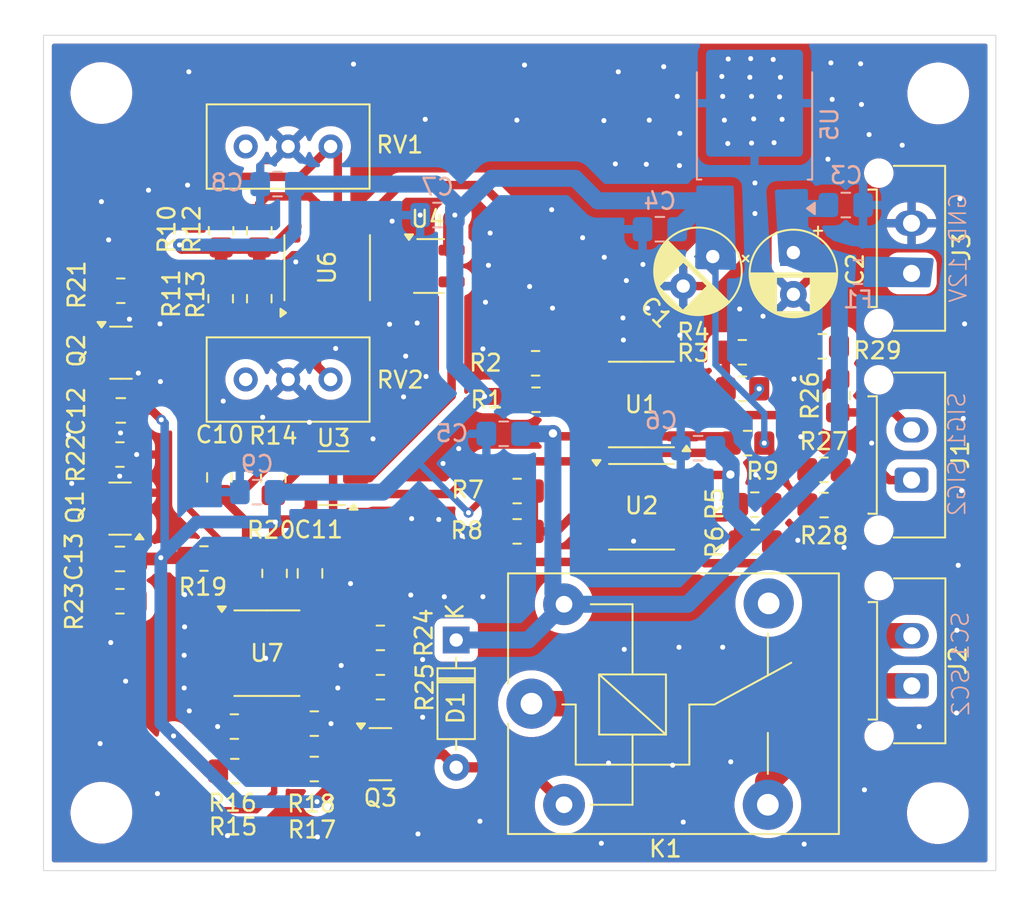
<source format=kicad_pcb>
(kicad_pcb (version 20241229) (generator "pcbnew") (generator_version "9.0")
  (layers (0 "F.Cu" signal) (2 "B.Cu" signal) (13 "F.Paste" user) (15 "B.Paste" user) (5 "F.SilkS" user "F.Silkscreen") (7 "B.SilkS" user "B.Silkscreen") (1 "F.Mask" user) (3 "B.Mask" user) (25 "Edge.Cuts" user))
  (net 0 "")
  (net 1 "+5V")
  (net 2 "GND")
  (net 3 "+12V")
  (net 4 "Net-(U7A--)")
  (net 5 "Net-(Q1-D)")
  (net 6 "Net-(Q1-G)")
  (net 7 "/relay-")
  (net 8 "/SIGN1")
  (net 9 "/SIGN2")
  (net 10 "/SC1")
  (net 11 "/SC2")
  (net 13 "Net-(Q2-G)")
  (net 14 "Net-(Q3-G)")
  (net 15 "Net-(U1B--)")
  (net 16 "Net-(U1A-+)")
  (net 17 "Net-(U2B--)")
  (net 18 "Net-(U2A-+)")
  (net 19 "/SCS")
  (net 20 "Net-(U6B--)")
  (net 21 "Net-(U6A--)")
  (net 22 "Net-(R12-Pad2)")
  (net 23 "Net-(R13-Pad2)")
  (net 24 "Net-(R14-Pad1)")
  (net 25 "Net-(U7A-+)")
  (net 26 "Net-(U7B-+)")
  (net 27 "/delay_trigger")
  (net 28 "/relay_trigger")
  (net 31 "/OVERLIMIT")
  (net 32 "Net-(J3-Pin_1)")
  (net 33 "Net-(J1-Pin_1)")
  (net 34 "Net-(J1-Pin_2)")
  (footprint "Capacitor_SMD:C_0805_2012Metric_Pad1.18x1.45mm_HandSolder" (layer "F.Cu") (at 141.1112 94.4118 90)
    (property "Reference" "C11")
    (property "Value" "100n")
  )
  (footprint "Connector_Molex:Molex_Micro-Fit_3.0_43650-0215_1x02_P3.00mm_Vertical" (layer "F.Cu") (at 177.1142 76.454 90)
    (property "Reference" "J3")
    (property "Value" "Conn_01x02")
  )
  (footprint "Resistor_SMD:R_0805_2012Metric_Pad1.20x1.40mm_HandSolder" (layer "F.Cu") (at 129.73425 87.299349)
    (property "Reference" "R22")
    (property "Value" "1M")
  )
  (footprint "Package_SO:SOIC-8_3.9x4.9mm_P1.27mm" (layer "F.Cu") (at 138.5316 99.187)
    (property "Reference" "U7")
    (property "Value" "LM393")
  )
  (footprint "Relay_THT:Relay_SPDT_SANYOU_SRD_Series_Form_C" (layer "F.Cu") (at 154.3648 102.2096)
    (property "Reference" "K1")
    (property "Value" "SANYOU_SRD_Form_C")
  )
  (footprint "Resistor_SMD:R_0805_2012Metric_Pad1.20x1.40mm_HandSolder" (layer "F.Cu") (at 153.5082 91.8972 180)
    (property "Reference" "R8")
    (property "Value" "100k")
  )
  (footprint "Resistor_SMD:R_0805_2012Metric_Pad1.20x1.40mm_HandSolder" (layer "F.Cu") (at 145.3228 101.2226)
    (property "Reference" "R25")
    (property "Value" "100k")
  )
  (footprint "Resistor_SMD:R_0805_2012Metric_Pad1.20x1.40mm_HandSolder" (layer "F.Cu") (at 167.3004 86.614 180)
    (property "Reference" "R9")
    (property "Value" "10k")
  )
  (footprint "Resistor_SMD:R_0805_2012Metric_Pad1.20x1.40mm_HandSolder" (layer "F.Cu") (at 154.6352 84.0196)
    (property "Reference" "R1")
    (property "Value" "100k")
  )
  (footprint "Resistor_SMD:R_0805_2012Metric_Pad1.20x1.40mm_HandSolder" (layer "F.Cu") (at 134.763 93.5228)
    (property "Reference" "R19")
    (property "Value" "10k")
  )
  (footprint "Resistor_SMD:R_0805_2012Metric_Pad1.20x1.40mm_HandSolder" (layer "F.Cu") (at 171.7708 80.8228)
    (property "Reference" "R29")
    (property "Value" "100k")
  )
  (footprint "Resistor_SMD:R_0805_2012Metric_Pad1.20x1.40mm_HandSolder" (layer "F.Cu") (at 171.8818 90.3224)
    (property "Reference" "R28")
    (property "Value" "100k")
  )
  (footprint "Package_TO_SOT_SMD:SOT-23" (layer "F.Cu") (at 129.74045 90.535348 180)
    (property "Reference" "Q1")
    (property "Value" "AO3400A")
  )
  (footprint "Resistor_SMD:R_0805_2012Metric_Pad1.20x1.40mm_HandSolder" (layer "F.Cu") (at 136.606 106.2482)
    (property "Reference" "R15")
    (property "Value" "39k")
  )
  (footprint "Capacitor_THT:CP_Radial_D5.0mm_P2.50mm" (layer "F.Cu") (at 165.216767 75.448233 -135)
    (property "Reference" "C1")
    (property "Value" "100u")
  )
  (footprint "Resistor_SMD:R_0805_2012Metric_Pad1.20x1.40mm_HandSolder" (layer "F.Cu") (at 171.8724 88.2142 180)
    (property "Reference" "R27")
    (property "Value" "10k")
  )
  (footprint "Resistor_SMD:R_0805_2012Metric_Pad1.20x1.40mm_HandSolder" (layer "F.Cu") (at 129.73425 96.078979 180)
    (property "Reference" "R23")
    (property "Value" "750k")
  )
  (footprint "Resistor_SMD:R_0805_2012Metric_Pad1.20x1.40mm_HandSolder" (layer "F.Cu") (at 138.074404 77.968599 -90)
    (property "Reference" "R13")
    (property "Value" "10k")
  )
  (footprint "Resistor_SMD:R_0805_2012Metric_Pad1.20x1.40mm_HandSolder" (layer "F.Cu") (at 167.7322 90.297 180)
    (property "Reference" "R5")
    (property "Value" "100k")
  )
  (footprint "Package_TO_SOT_SMD:SOT-23" (layer "F.Cu") (at 145.3228 105.2322)
    (property "Reference" "Q3")
    (property "Value" "AO3400A")
  )
  (footprint "Connector_Molex:Molex_Micro-Fit_3.0_43650-0215_1x02_P3.00mm_Vertical" (layer "F.Cu") (at 177.131 101.1442 90)
    (property "Reference" "J2")
    (property "Value" "Conn_01x02")
  )
  (footprint "Resistor_SMD:R_0805_2012Metric_Pad1.20x1.40mm_HandSolder" (layer "F.Cu") (at 154.6098 81.8388 180)
    (property "Reference" "R2")
    (property "Value" "1k")
  )
  (footprint "Resistor_SMD:R_0805_2012Metric_Pad1.20x1.40mm_HandSolder" (layer "F.Cu") (at 166.985601 81.1784)
    (property "Reference" "R4")
    (property "Value" "100k")
  )
  (footprint "Resistor_SMD:R_0805_2012Metric_Pad1.20x1.40mm_HandSolder" (layer "F.Cu") (at 172.6946 83.7786 90)
    (property "Reference" "R26")
    (property "Value" "10k")
  )
  (footprint "Resistor_SMD:R_0805_2012Metric_Pad1.20x1.40mm_HandSolder" (layer "F.Cu") (at 135.7884 73.904597 90)
    (property "Reference" "R10")
    (property "Value" "10k")
  )
  (footprint "Resistor_SMD:R_0805_2012Metric_Pad1.20x1.40mm_HandSolder" (layer "F.Cu") (at 138.9126 88.7222 90)
    (property "Reference" "R14")
    (property "Value" "40.2k")
  )
  (footprint "MountingHole:MountingHole_3.2mm_M3" (layer "F.Cu") (at 128.6256 108.7374)
    (property "Reference" "H3" (hide yes))
    (property "Value" "MountingHole")
  )
  (footprint "Resistor_SMD:R_0805_2012Metric_Pad1.20x1.40mm_HandSolder" (layer "F.Cu") (at 167.7642 92.5322)
    (property "Reference" "R6")
    (property "Value" "1k")
  )
  (footprint "MountingHole:MountingHole_3.2mm_M3" (layer "F.Cu") (at 178.7144 65.6844)
    (property "Reference" "H1" (hide yes))
    (property "Value" "MountingHole")
  )
  (footprint "Resistor_SMD:R_0805_2012Metric_Pad1.20x1.40mm_HandSolder" (layer "F.Cu") (at 153.5082 89.4842)
    (property "Reference" "R7")
    (property "Value" "1k")
  )
  (footprint "Diode_THT:D_DO-35_SOD27_P7.62mm_Horizontal" (layer "F.Cu") (at 149.86 98.3996 -90)
    (property "Reference" "D1")
    (property "Value" "1N4148")
  )
  (footprint "Resistor_SMD:R_0805_2012Metric_Pad1.20x1.40mm_HandSolder" (layer "F.Cu") (at 129.78505 77.49495 180)
    (property "Reference" "R21")
    (property "Value" "100R")
  )
  (footprint "Resistor_SMD:R_0805_2012Metric_Pad1.20x1.40mm_HandSolder" (layer "F.Cu") (at 135.763 77.968597 -90)
    (property "Reference" "R11")
    (property "Value" "10k")
  )
  (footprint "MountingHole:MountingHole_3.2mm_M3" (layer "F.Cu") (at 178.689 108.7628)
    (property "Reference" "H4" (hide yes))
    (property "Value" "MountingHole")
  )
  (footprint "Potentiometer_THT:Potentiometer_Bourns_3296W_Vertical" (layer "F.Cu") (at 142.341603 82.803999)
    (property "Reference" "RV2")
    (property "Value" "20k")
  )
  (footprint "Resistor_SMD:R_0805_2012Metric_Pad1.20x1.40mm_HandSolder" (layer "F.Cu") (at 138.0744 73.9046 90)
    (property "Reference" "R12")
    (property "Value" "10k")
  )
  (footprint "Capacitor_THT:CP_Radial_D5.0mm_P2.50mm" (layer "F.Cu") (at 170.0422 75.2094 -90)
    (property "Reference" "C2")
    (property "Value" "100u")
  )
  (footprint "Resistor_SMD:R_0805_2012Metric_Pad1.20x1.40mm_HandSolder" (layer "F.Cu") (at 136.5806 103.5812 180)
    (property "Reference" "R16")
    (property "Value" "100k")
  )
  (footprint "Package_SO:SOIC-8_3.9x4.9mm_P1.27mm" (layer "F.Cu") (at 160.9456 84.3026 180)
    (property "Reference" "U1")
    (property "Value" "LM393")
  )
  (footprint "Package_TO_SOT_SMD:SOT-23-5_HandSoldering" (layer "F.Cu") (at 142.5194 88.7105 180)
    (property "Reference" "U3")
    (property "Value" "74AHC1G00")
  )
  (footprint "Resistor_SMD:R_0805_2012Metric_Pad1.20x1.40mm_HandSolder" (layer "F.Cu") (at 145.3228 98.2726)
    (property "Reference" "R24")
    (property "Value" "100R")
  )
  (footprint "Capacitor_SMD:C_0805_2012Metric_Pad1.18x1.45mm_HandSolder" (layer "F.Cu") (at 129.73425 93.547749)
    (property "Reference" "C13")
    (property "Value" "100n")
  )
  (footprint "Potentiometer_THT:Potentiometer_Bourns_3296W_Vertical" (layer "F.Cu") (at 142.341604 68.859399)
    (property "Reference" "RV1")
    (property "Value" "20k")
  )
  (footprint "MountingHole:MountingHole_3.2mm_M3" (layer "F.Cu") (at 128.6256 65.659)
    (property "Reference" "H2" (hide yes))
    (property "Value" "MountingHole")
  )
  (footprint "Resistor_SMD:R_0805_2012Metric_Pad1.20x1.40mm_HandSolder" (layer "F.Cu") (at 166.9956 83.3628 180)
    (property "Reference" "R3")
    (property "Value" "1k")
  )
  (footprint "Package_SO:SOIC-8_3.9x4.9mm_P1.27mm" (layer "F.Cu") (at 142.138399 76.114398 90)
    (property "Reference" "U6")
    (property "Value" "LM393")
  )
  (footprint "Package_SO:SOIC-8_3.9x4.9mm_P1.27mm" (layer "F.Cu") (at 160.9568 90.424)
    (property "Reference" "U2")
    (property "Value" "LM393")
  )
  (footprint "Capacitor_SMD:C_0805_2012Metric_Pad1.18x1.45mm_HandSolder" (layer "F.Cu") (at 135.6868 88.6675 -90)
    (property "Reference" "C10")
    (property "Value" "100n")
  )
  (footprint "Package_TO_SOT_SMD:SOT-23" (layer "F.Cu") (at 129.796299 81.2038)
    (property "Reference" "Q2")
    (property "Value" "AO3401A")
  )
  (footprint "Resistor_SMD:R_0805_2012Metric_Pad1.20x1.40mm_HandSolder" (layer "F.Cu") (at 138.9888 94.4118 -90)
    (property "Reference" "R20")
    (property "Value" "10k")
  )
  (footprint "Package_TO_SOT_SMD:SOT-23-5_HandSoldering" (layer "F.Cu") (at 148.234401 76.012799)
    (property "Reference" "U4")
    (property "Value" "74AHC1G00")
  )
  (footprint "Resistor_SMD:R_0805_2012Metric_Pad1.20x1.40mm_HandSolder" (layer "F.Cu") (at 141.367 106.1212 180)
    (property "Reference" "R17")
    (property "Value" "39k")
  )
  (footprint "Capacitor_SMD:C_0805_2012Metric_Pad1.18x1.45mm_HandSolder" (layer "F.Cu") (at 129.78505 84.657749)
    (property "Reference" "C12")
    (property "Value" "10u")
  )
  (footprint "Connector_Molex:Molex_Micro-Fit_3.0_43650-0215_1x02_P3.00mm_Vertical" (layer "F.Cu") (at 177.1142 88.8266 90)
    (property "Reference" "J1")
    (property "Value" "Conn_01x02")
  )
  (footprint "Resistor_SMD:R_0805_2012Metric_Pad1.20x1.40mm_HandSolder" (layer "F.Cu") (at 141.367 103.4034)
    (property "Reference" "R18")
    (property "Value" "10k")
  )
  (footprint "Capacitor_SMD:C_0805_2012Metric_Pad1.18x1.45mm_HandSolder" (layer "B.Cu") (at 152.7048 86.0552 180)
    (property "Reference" "C5")
    (property "Value" "100n")
  )
  (footprint "Capacitor_SMD:C_0805_2012Metric_Pad1.18x1.45mm_HandSolder" (layer "B.Cu") (at 148.7424 72.964799 180)
    (property "Reference" "C7")
    (property "Value" "100n")
  )
  (footprint "Fuse:Fuse_0805_2012Metric_Pad1.15x1.40mm_HandSolder" (layer "B.Cu") (at 173.904801 76.3778)
    (property "Reference" "F1")
    (property "Value" "Fuse")
  )
  (footprint "Capacitor_SMD:C_0805_2012Metric_Pad1.18x1.45mm_HandSolder" (layer "B.Cu") (at 164.338 86.9188 180)
    (property "Reference" "C6")
    (property "Value" "100n")
  )
  (footprint "Capacitor_SMD:C_0805_2012Metric_Pad1.18x1.45mm_HandSolder" (layer "B.Cu") (at 173.1772 72.3646)
    (property "Reference" "C3")
    (property "Value" "100n")
  )
  (footprint "Capacitor_SMD:C_0805_2012Metric_Pad1.18x1.45mm_HandSolder" (layer "B.Cu") (at 162.052 73.8124 180)
    (property "Reference" "C4")
    (property "Value" "100n")
  )
  (footprint "Capacitor_SMD:C_0805_2012Metric_Pad1.18x1.45mm_HandSolder" (layer "B.Cu") (at 137.9474 89.5487 180)
    (property "Reference" "C9")
    (property "Value" "100n")
  )
  (footprint "Package_TO_SOT_SMD:TO-252-2" (layer "B.Cu") (at 167.7162 67.528601 90)
    (property "Reference" "U5")
    (property "Value" "LM78M05_TO252")
  )
  (footprint "Capacitor_SMD:C_0805_2012Metric_Pad1.18x1.45mm_HandSolder" (layer "B.Cu") (at 139.166599 71.110598 180)
    (property "Reference" "C8")
    (property "Value" "100n")
  )
  (gr_rect (start 125.1599 62.2046) (end 182.1599 112.2046) (stroke (width 0.05)) (fill no) (layer "Edge.Cuts"))
  (gr_text "GND" (at 180.467 71.5518 90) (layer "B.SilkS") (effects (font (size 1 1) (thickness 0.1)) (justify left bottom mirror)))
  (gr_text "SIG1" (at 180.4162 83.4898 90) (layer "B.SilkS") (effects (font (size 1 1) (thickness 0.1)) (justify left bottom mirror)))
  (gr_text "12V" (at 180.4924 75.3872 90) (layer "B.SilkS") (effects (font (size 1 1) (thickness 0.1)) (justify left bottom mirror)))
  (gr_text "SC1" (at 180.6194 96.6216 90) (layer "B.SilkS") (effects (font (size 1 1) (thickness 0.1)) (justify left bottom mirror)))
  (gr_text "SIG2" (at 180.4162 87.5538 90) (layer "B.SilkS") (effects (font (size 1 1) (thickness 0.1)) (justify left bottom mirror)))
  (gr_text "SC2" (at 180.6448 100.0252 90) (layer "B.SilkS") (effects (font (size 1 1) (thickness 0.1)) (justify left bottom mirror)))
  (segment (start 168.7322 87.0458) (end 168.7322 90.297) (width 0.381) (layer "F.Cu") (net 1))
  (segment (start 139.0396 91.3384) (end 139.0396 93.361) (width 0.762) (layer "F.Cu") (net 1))
  (segment (start 130.82255 84.657749) (end 131.647749 84.657749) (width 0.508) (layer "F.Cu") (net 1))
  (segment (start 135.7884 74.904597) (end 133.451597 74.904597) (width 0.762) (layer "F.Cu") (net 1))
  (segment (start 151.5618 83.82) (end 153.4356 83.82) (width 1.016) (layer "F.Cu") (net 1))
  (segment (start 128.858799 82.1538) (end 130.82255 84.117551) (width 0.508) (layer "F.Cu") (net 1))
  (segment (start 153.4356 83.82) (end 153.6352 84.0196) (width 1.016) (layer "F.Cu") (net 1))
  (segment (start 132.9436 104.14) (end 135.0518 106.2482) (width 0.762) (layer "F.Cu") (net 1))
  (segment (start 130.73425 93.585249) (end 130.77175 93.547749) (width 1.016) (layer "F.Cu") (net 1))
  (segment (start 131.647749 84.657749) (end 132.207 85.217) (width 0.508) (layer "F.Cu") (net 1))
  (segment (start 138.0744 76.968595) (end 138.074404 76.968599) (width 0.762) (layer "F.Cu") (net 1))
  (segment (start 141.0263 95.4493) (end 138.9888 93.4118) (width 0.762) (layer "F.Cu") (net 1))
  (segment (start 142.367 107.2388) (end 141.5288 108.077) (width 0.762) (layer "F.Cu") (net 1))
  (segment (start 141.1112 95.4493) (end 141.1112 97.1774) (width 0.762) (layer "F.Cu") (net 1))
  (segment (start 168.3004 86.614) (end 168.7322 87.0458) (width 0.381) (layer "F.Cu") (net 1))
  (segment (start 139.065 91.313) (end 140.4112 91.313) (width 0.762) (layer "F.Cu") (net 1))
  (segment (start 138.074397 74.904597) (end 138.0744 74.9046) (width 0.762) (layer "F.Cu") (net 1))
  (segment (start 130.77175 93.547749) (end 132.105851 93.547749) (width 0.762) (layer "F.Cu") (net 1))
  (segment (start 138.0744 74.9046) (end 138.0744 76.968595) (width 0.762) (layer "F.Cu") (net 1))
  (segment (start 135.7884 76.943197) (end 135.763 76.968597) (width 0.762) (layer "F.Cu") (net 1))
  (segment (start 132.105851 93.547749) (end 132.1816 93.472) (width 0.762) (layer "F.Cu") (net 1))
  (segment (start 141.1112 95.4493) (end 141.0263 95.4493) (width 1.016) (layer "F.Cu") (net 1))
  (segment (start 142.367 106.1212) (end 142.367 107.2388) (width 0.762) (layer "F.Cu") (net 1))
  (segment (start 135.7884 74.904597) (end 135.7884 76.943197) (width 0.762) (layer "F.Cu") (net 1))
  (segment (start 152.5082 89.4842) (end 151.892 89.4842) (width 0.2) (layer "F.Cu") (net 1))
  (segment (start 140.4112 91.313) (end 141.1694 90.5548) (width 0.762) (layer "F.Cu") (net 1))
  (segment (start 151.892 89.4842) (end 150.5966 90.7796) (width 0.381) (layer "F.Cu") (net 1))
  (segment (start 139.0396 91.3384) (end 139.065 91.313) (width 0.762) (layer "F.Cu") (net 1))
  (segment (start 135.0518 106.2482) (end 135.606 106.2482) (width 0.762) (layer "F.Cu") (net 1))
  (segment (start 133.7122 93.472) (end 133.763 93.5228) (width 0.762) (layer "F.Cu") (net 1))
  (segment (start 135.7884 74.904597) (end 138.074397 74.904597) (width 0.762) (layer "F.Cu") (net 1))
  (segment (start 141.1694 90.5548) (end 141.1694 89.6605) (width 0.762) (layer "F.Cu") (net 1))
  (segment (start 133.451597 74.904597) (end 133.2992 74.7522) (width 0.762) (layer "F.Cu") (net 1))
  (segment (start 139.0396 93.361) (end 138.9888 93.4118) (width 0.762) (layer "F.Cu") (net 1))
  (segment (start 130.82255 84.117551) (end 130.82255 84.657749) (width 0.508) (layer "F.Cu") (net 1))
  (segment (start 138.968197 74.9046) (end 140.233399 73.639398) (width 0.762) (layer "F.Cu") (net 1))
  (segment (start 149.7799 72.964799) (end 149.584401 73.160298) (width 1.016) (layer "F.Cu") (net 1))
  (segment (start 132.1816 93.472) (end 133.7122 93.472) (width 0.762) (layer "F.Cu") (net 1))
  (segment (start 138.0744 74.9046) (end 138.968197 74.9046) (width 0.762) (layer "F.Cu") (net 1))
  (segment (start 149.584401 73.160298) (end 149.584401 75.062799) (width 1.016) (layer "F.Cu") (net 1))
  (via (at 132.1816 93.472) (size 0.6) (drill 0.3) (layers "F.Cu" "B.Cu") (net 1))
  (via (at 149.7799 72.964799) (size 0.6) (drill 0.3) (layers "F.Cu" "B.Cu") (net 1))
  (via (at 167.9956 83.3628) (size 0.6) (drill 0.3) (layers "F.Cu" "B.Cu") (net 1))
  (via (at 168.3004 86.614) (size 0.6) (drill 0.3) (layers "F.Cu" "B.Cu") (net 1))
  (via (at 151.5618 83.82) (size 0.6) (drill 0.3) (layers "F.Cu" "B.Cu") (net 1))
  (via (at 132.9436 104.14) (size 0.6) (drill 0.3) (layers "F.Cu" "B.Cu") (net 1))
  (via (at 132.207 85.217) (size 0.6) (drill 0.3) (layers "F.Cu" "B.Cu") (net 1))
  (via (at 150.5966 90.7796) (size 0.6) (drill 0.3) (layers "F.Cu" "B.Cu") (net 1))
  (via (at 139.0396 91.3384) (size 0.6) (drill 0.3) (layers "F.Cu" "B.Cu") (net 1))
  (via (at 141.5288 108.077) (size 0.6) (drill 0.3) (layers "F.Cu" "B.Cu") (net 1))
  (via (at 133.2992 74.7522) (size 0.6) (drill 0.3) (layers "F.Cu" "B.Cu") (net 1))
  (segment (start 136.8806 108.077) (end 132.9436 104.14) (width 0.762) (layer "B.Cu") (net 1))
  (segment (start 149.7799 72.964799) (end 149.7799 82.0381) (width 1.016) (layer "B.Cu") (net 1))
  (segment (start 168.3004 86.614) (end 168.3004 84.836) (width 0.381) (layer "B.Cu") (net 1))
  (segment (start 132.4102 85.4202) (end 132.4102 93.2434) (width 0.508) (layer "B.Cu") (net 1))
  (segment (start 147.4216 87.6046) (end 145.4775 89.5487) (width 1.016) (layer "B.Cu") (net 1))
  (segment (start 145.4775 89.5487) (end 138.9849 89.5487) (width 1.016) (layer "B.Cu") (net 1))
  (segment (start 149.7799 72.964799) (end 151.980299 70.7644) (width 1.016) (layer "B.Cu") (net 1))
  (segment (start 138.9849 89.5487) (end 138.9849 91.2837) (width 0.762) (layer "B.Cu") (net 1))
  (segment (start 149.7799 72.239799) (end 148.650699 71.110598) (width 1.016) (layer "B.Cu") (net 1))
  (segment (start 156.972 70.7644) (end 158.3182 72.1106) (width 1.016) (layer "B.Cu") (net 1))
  (segment (start 132.6388 103.8352) (end 132.9436 104.14) (width 0.762) (layer "B.Cu") (net 1))
  (segment (start 132.207 85.217) (end 132.4102 85.4202) (width 0.508) (layer "B.Cu") (net 1))
  (segment (start 133.2992 74.7522) (end 139.4206 74.7522) (width 0.762) (layer "B.Cu") (net 1))
  (segment (start 138.9849 91.2837) (end 139.0396 91.3384) (width 0.762) (layer "B.Cu") (net 1))
  (segment (start 165.4362 72.568601) (end 164.333299 72.568601) (width 1.016) (layer "B.Cu") (net 1))
  (segment (start 165.4362 75.2288) (end 165.216767 75.448233) (width 1.016) (layer "B.Cu") (net 1))
  (segment (start 149.7799 82.0381) (end 151.5618 83.82) (width 1.016) (layer "B.Cu") (net 1))
  (segment (start 168.3004 84.836) (end 165.3794 81.915) (width 0.381) (layer "B.Cu") (net 1))
  (segment (start 141.5288 108.077) (end 136.8806 108.077) (width 0.762) (layer "B.Cu") (net 1))
  (segment (start 134.3152 91.3384) (end 132.1816 93.472) (width 0.762) (layer "B.Cu") (net 1))
  (segment (start 132.1816 103.378) (end 132.6388 103.8352) (width 0.762) (layer "B.Cu") (net 1))
  (segment (start 167.9956 83.5406) (end 167.64 83.8962) (width 0.381) (layer "B.Cu") (net 1))
  (segment (start 151.980299 70.7644) (end 156.972 70.7644) (width 1.016) (layer "B.Cu") (net 1))
  (segment (start 140.204099 74.019501) (end 140.204099 71.110598) (width 0.762) (layer "B.Cu") (net 1))
  (segment (start 151.5618 83.82) (end 151.2062 83.82) (width 1.016) (layer "B.Cu") (net 1))
  (segment (start 165.4362 72.568601) (end 165.4362 75.2288) (width 1.016) (layer "B.Cu") (net 1))
  (segment (start 132.1816 93.472) (end 132.1816 103.378) (width 0.762) (layer "B.Cu") (net 1))
  (segment (start 158.3182 72.1106) (end 164.978199 72.1106) (width 1.016) (layer "B.Cu") (net 1))
  (segment (start 139.4206 74.7522) (end 139.446 74.7776) (width 0.762) (layer "B.Cu") (net 1))
  (segment (start 151.2062 83.82) (end 147.4216 87.6046) (width 1.016) (layer "B.Cu") (net 1))
  (segment (start 167.9956 83.3628) (end 167.9956 83.5406) (width 0.381) (layer "B.Cu") (net 1))
  (segment (start 149.7799 72.964799) (end 149.7799 72.239799) (width 1.016) (layer "B.Cu") (net 1))
  (segment (start 164.978199 72.1106) (end 165.4362 72.568601) (width 1.016) (layer "B.Cu") (net 1))
  (segment (start 165.3794 81.915) (end 165.3794 75.1586) (width 0.381) (layer "B.Cu") (net 1))
  (segment (start 139.446 74.7776) (end 140.204099 74.019501) (width 0.762) (layer "B.Cu") (net 1))
  (segment (start 150.5966 90.7796) (end 147.4216 87.6046) (width 0.381) (layer "B.Cu") (net 1))
  (segment (start 139.0396 91.3384) (end 134.3152 91.3384) (width 0.762) (layer "B.Cu") (net 1))
  (segment (start 148.650699 71.110598) (end 140.204099 71.110598) (width 1.016) (layer "B.Cu") (net 1))
  (segment (start 132.4102 93.2434) (end 132.1816 93.472) (width 0.508) (layer "B.Cu") (net 1))
  (segment (start 164.333299 72.568601) (end 163.0895 73.8124) (width 1.016) (layer "B.Cu") (net 1))
  (segment (start 160.3248 92.329) (end 160.4772 92.4814) (width 0.508) (layer "F.Cu") (net 2))
  (segment (start 144.3482 86.36) (end 144.8816 86.36) (width 0.508) (layer "F.Cu") (net 2))
  (segment (start 150.2156 92.1766) (end 150.495 91.8972) (width 0.508) (layer "F.Cu") (net 2))
  (segment (start 150.495 91.8972) (end 152.5082 91.8972) (width 0.508) (layer "F.Cu") (net 2))
  (segment (start 158.4818 92.329) (end 160.3248 92.329) (width 0.508) (layer "F.Cu") (net 2))
  (segment (start 168.7642 92.5322) (end 170.2054 92.5322) (width 0.508) (layer "F.Cu") (net 2))
  (segment (start 143.8694 86.8388) (end 144.3482 86.36) (width 0.508) (layer "F.Cu") (net 2))
  (segment (start 128.73425 96.078979) (end 128.73425 98.10185) (width 0.508) (layer "F.Cu") (net 2))
  (segment (start 170.2054 92.5322) (end 170.307 92.4306) (width 0.508) (layer "F.Cu") (net 2))
  (segment (start 143.8694 87.7605) (end 143.8694 86.8388) (width 0.508) (layer "F.Cu") (net 2))
  (segment (start 128.73425 98.10185) (end 129.1844 98.552) (width 0.508) (layer "F.Cu") (net 2))
  (via (at 147.7049 72.964799) (size 0.6) (drill 0.3) (layers "F.Cu" "B.Cu") (net 2))
  (via (at 177.5714 103.5812) (size 0.6) (drill 0.3) (layers "F.Cu" "B.Cu") (net 2))
  (via (at 154.2542 77.2414) (size 0.6) (drill 0.3) (layers "F.Cu" "B.Cu") (net 2))
  (via (at 133.604 95.6818) (size 0.6) (drill 0.3) (layers "F.Cu" "B.Cu") (net 2))
  (via (at 148.0566 82.6262) (size 0.6) (drill 0.3) (layers "F.Cu" "B.Cu") (net 2))
  (via (at 129.7686 86.0044) (size 0.6) (drill 0.3) (layers "F.Cu" "B.Cu") (net 2))
  (via (at 167.5384 68.6562) (size 0.6) (drill 0.3) (layers "F.Cu" "B.Cu") (net 2))
  (via (at 160.0454 76.8858) (size 0.6) (drill 0.3) (layers "F.Cu" "B.Cu") (net 2))
  (via (at 147.1422 95.7072) (size 0.6) (drill 0.3) (layers "F.Cu" "B.Cu") (net 2))
  (via (at 147.193 91.1352) (size 0.6) (drill 0.3) (layers "F.Cu" "B.Cu") (net 2))
  (via (at 161.417 67.2846) (size 0.6) (drill 0.3) (layers "F.Cu" "B.Cu") (net 2))
  (via (at 168.8338 63.6524) (size 0.6) (drill 0.3) (layers "F.Cu" "B.Cu") (net 2))
  (via (at 143.5354 95.0214) (size 0.6) (drill 0.3) (layers "F.Cu" "B.Cu") (net 2))
  (via (at 146.0246 73.3298) (size 0.6) (drill 0.3) (layers "F.Cu" "B.Cu") (net 2))
  (via (at 180.1114 89.4588) (size 0.6) (drill 0.3) (layers "F.Cu" "B.Cu") (net 2))
  (via (at 180.0098 71.9836) (size 0.6) (drill 0.3) (layers "F.Cu" "B.Cu") (net 2))
  (via (at 166.2938 105.6894) (size 0.6) (drill 0.3) (layers "F.Cu" "B.Cu") (net 2))
  (via (at 133.5786 101.2698) (size 0.6) (drill 0.3) (layers "F.Cu" "B.Cu") (net 2))
  (via (at 169.2656 64.7192) (size 0.6) (drill 0.3) (layers "F.Cu" "B.Cu") (net 2))
  (via (at 131.9784 107.5944) (size 0.6) (drill 0.3) (layers "F.Cu" "B.Cu") (net 2))
  (via (at 126.8476 89.027) (size 0.6) (drill 0.3) (layers "F.Cu" "B.Cu") (net 2))
  (via (at 167.6654 67.2084) (size 0.6) (drill 0.3) (layers "F.Cu" "B.Cu") (net 2))
  (via (at 165.9128 67.2846) (size 0.6) (drill 0.3) (layers "F.Cu" "B.Cu") (net 2))
  (via (at 147.574 110.0074) (size 0.6) (drill 0.3) (layers "F.Cu" "B.Cu") (net 2))
  (via (at 151.892 74.041) (size 0.6) (drill 0.3) (layers "F.Cu" "B.Cu") (net 2))
  (via (at 159.385 69.9008) (size 0.6) (drill 0.3) (layers "F.Cu" "B.Cu") (net 2))
  (via (at 147.5232 79.4258) (size 0.6) (drill 0.3) (layers "F.Cu" "B.Cu") (net 2))
  (via (at 163.2204 70.0024) (size 0.6) (drill 0.3) (layers "F.Cu" "B.Cu") (net 2))
  (via (at 174.117 66.3448) (size 0.6) (drill 0.3) (layers "F.Cu" "B.Cu") (net 2))
  (via (at 176.5554 68.7832) (size 0.6) (drill 0.3) (layers "F.Cu" "B.Cu") (net 2))
  (via (at 133.858 64.389) (size 0.6) (drill 0.3) (layers "F.Cu" "B.Cu") (net 2))
  (via (at 167.4876 63.6016) (size 0.6) (drill 0.3) (layers "F.Cu" "B.Cu") (net 2))
  (via (at 146.8374 81.407) (size 0.6) (drill 0.3) (layers "F.Cu" "B.Cu") (net 2))
  (via (at 167.7416 72.8726) (size 0.6) (drill 0.3) (layers "F.Cu" "B.Cu") (net 2))
  (via (at 179.8066 102.7684) (size 0.6) (drill 0.3) (layers "F.Cu" "B.Cu") (net 2))
  (via (at 180.213 85.1408) (size 0.6) (drill 0.3) (layers "F.Cu" "B.Cu") (net 2))
  (via (at 145.8722 79.502) (size 0.6) (drill 0.3) (layers "F.Cu" "B.Cu") (net 2))
  (via (at 166.116 68.6816) (size 0.6) (drill 0.3) (layers "F.Cu" "B.Cu") (net 2))
  (via (at 179.832 97.8154) (size 0.6) (drill 0.3) (layers "F.Cu" "B.Cu") (net 2))
  (via (at 151.4602 95.8088) (size 0.6) (drill 0.3) (layers "F.Cu" "B.Cu") (net 2))
  (via (at 130.8354 82.423) (size 0.6) (drill 0.3) (layers "F.Cu" "B.Cu") (net 2))
  (via (at 129.0574 74.4474) (size 0.6) (drill 0.3) (layers "F.Cu" "B.Cu") (net 2))
  (via (at 133.8834 102.6414) (size 0.6) (drill 0.3) (layers "F.Cu" "B.Cu") (net 2))
  (via (at 172.3644 66.04) (size 0.6) (drill 0.3) (layers "F.Cu" "B.Cu") (net 2))
  (via (at 155.6258 78.5368) (size 0.6) (drill 0.3) (layers "F.Cu" "B.Cu") (net 2))
  (via (at 172.2882 63.8556) (size 0.6) (drill 0.3) (layers "F.Cu" "B.Cu") (net 2))
  (via (at 161.3154 78.5368) (size 0.6) (drill 0.3) (layers "F.Cu" "B.Cu") (net 2))
  (via (at 140.2588 75.7682) (size 0.6) (drill 0.3) (layers "F.Cu" "B.Cu") (net 2))
  (via (at 162.2806 64.0842) (size 0.6) (drill 0.3) (layers "F.Cu" "B.Cu") (net 2))
  (via (at 155.575 72.644) (size 0.6) (drill 0.3) (layers "F.Cu" "B.Cu") (net 2))
  (via (at 162.814 105.8926) (size 0.6) (drill 0.3) (layers "F.Cu" "B.Cu") (net 2))
  (via (at 147.8534 103.0224) (size 0.6) (drill 0.3) (layers "F.Cu" "B.Cu") (net 2))
  (via (at 128.6256 72.1614) (size 0.6) (drill 0.3) (layers "F.Cu" "B.Cu") (net 2))
  (via (at 157.4292 74.3204) (size 0.6) (drill 0.3) (layers "F.Cu" "B.Cu") (net 2))
  (via (at 135.9154 84.0994) (size 0.6) (drill 0.3) (layers "F.Cu" "B.Cu") (net 2))
  (via (at 167.4368 64.7192) (size 0.6) (drill 0.3) (layers "F.Cu" "B.Cu") (net 2))
  (via (at 151.4602 80.9752) (size 0.6) (drill 0.3) (layers "F.Cu" "B.Cu") (net 2))
  (via (at 169.3672 67.2338) (size 0.6) (drill 0.3) (layers "F.Cu" "B.Cu") (net 2))
  (via (at 135.5806 103.5812) (size 0.6) (drill 0.3) (layers "F.Cu" "B.Cu") (net 2))
  (via (at 129.7178 88.5952) (size 0.6) (drill 0.3) (layers "F.Cu" "B.Cu") (net 2))
  (via (at 149.0726 87.8332) (size 0.6) (drill 0.3) (layers "F.Cu" "B.Cu") (net 2))
  (via (at 169.2148 65.8876) (size 0.6) (drill 0.3) (layers "F.Cu" "B.Cu") (net 2))
  (via (at 141.5542 110.1852) (size 0.6) (drill 0.3) (layers "F.Cu" "B.Cu") (net 2))
  (via (at 167.7416 71.0438) (size 0.6) (drill 0.3) (layers "F.Cu" "B.Cu") (net 2))
  (via (at 160.4772 92.4814) (size 0.6) (drill 0.3) (layers "F.Cu" "B.Cu") (net 2))
  (via (at 174.2948 107.3658) (size 0.6) (drill 0.3) (layers "F.Cu" "B.Cu") (net 2))
  (via (at 163.195 98.8314) (size 0.6) (drill 0.3) (layers "F.Cu" "B.Cu") (net 2))
  (via (at 165.8112 98.8314) (size 0.6) (drill 0.3) (layers "F.Cu" "B.Cu") (net 2))
  (via (at 132.1308 79.4766) (size 0.6) (drill 0.3) (layers "F.Cu" "B.Cu") (net 2))
  (via (at 153.9494 63.9826) (size 0.6) (drill 0.3) (layers "F.Cu" "B.Cu") (net 2))
  (via (at 141.0716 85.3694) (size 0.6) (drill 0.3) (layers "F.Cu" "B.Cu") (net 2))
  (via (at 170.4848 86.233) (size 0.6) (drill 0.3) (layers "F.Cu" "B.Cu") (net 2))
  (via (at 126.6444 86.1314) (size 0.6) (drill 0.3) (layers "F.Cu" "B.Cu") (net 2))
  (via (at 180.2892 79.4766) (size 0.6) (drill 0.3) (layers "F.Cu" "B.Cu") (net 2))
  (via (at 138.4554 99.4918) (size 0.6) (drill 0.3) (layers "F.Cu" "B.Cu") (net 2))
  (via (at 159.8422 79.121) (size 0.6) (drill 0.3) (layers "F.Cu" "B.Cu") (net 2))
  (via (at 144.8816 86.36) (size 0.6) (drill 0.3) (layers "F.Cu" "B.Cu") (net 2))
  (via (at 163.0934 65.8622) (size 0.6) (drill 0.3) (layers "F.Cu" "B.Cu") (net 2))
  (via (at 153.4922 67.2846) (size 0.6) (drill 0.3) (layers "F.Cu" "B.Cu") (net 2))
  (via (at 167.7924 88.519) (size 0.6) (drill 0.3) (layers "F.Cu" "B.Cu") (net 2))
  (via (at 150.0124 86.9442) (size 0.6) (drill 0.3) (layers "F.Cu" "B.Cu") (net 2))
  (via (at 168.2242 79.0194) (size 0.6) (drill 0.3) (layers "F.Cu" "B.Cu") (net 2))
  (via (at 161.036 75.9206) (size 0.6) (drill 0.3) (layers "F.Cu" "B.Cu") (net 2))
  (via (at 163.2458 68.072) (size 0.6) (drill 0.3) (layers "F.Cu" "B.Cu") (net 2))
  (via (at 158.9786 105.7656) (size 0.6) (drill 0.3) (layers "F.Cu" "B.Cu") (net 2))
  (via (at 151.2824 109.2454) (size 0.6) (drill 0.3) (layers "F.Cu" "B.Cu") (net 2))
  (via (at 128.5494 104.5972) (size 0.6) (drill 0.3) (layers "F.Cu" "B.Cu") (net 2))
  (via (at 146.7104 83.8454) (size 0.6) (drill 0.3) (layers "F.Cu" "B.Cu") (net 2))
  (via (at 161.2392 69.9262) (size 0.6) (drill 0.3) (layers "F.Cu" "B.Cu") (net 2))
  (via (at 163.449 109.2962) (size 0.6) (drill 0.3) (layers "F.Cu" "B.Cu") (net 2))
  (via (at 166.8272 78.5876) (size 0.6) (drill 0.3) (layers "F.Cu" "B.Cu") (net 2))
  (via (at 151.6126 78.1812) (size 0.6) (drill 0.3) (layers "F.Cu" "B.Cu") (net 2))
  (via (at 158.5468 110.5662) (size 0.6) (drill 0.3) (layers "F.Cu" "B.Cu") (net 2))
  (via (at 129.1844 98.552) (size 0.6) (drill 0.3) (layers "F.Cu" "B.Cu") (net 2))
  (via (at 142.7734 101.2698) (size 0.6) (drill 0.3) (layers "F.Cu" "B.Cu") (net 2))
  (via (at 142.9766 99.9236) (size 0.6) (drill 0.3) (layers "F.Cu" "B.Cu") (net 2))
  (via (at 132.1562 82.931) (size 0.6) (drill 0.3) (layers "F.Cu" "B.Cu") (net 2))
  (via (at 166.1414 63.627) (size 0.6) (drill 0.3) (layers "F.Cu" "B.Cu") (net 2))
  (via (at 133.7818 71.1708) (size 0.6) (drill 0.3) (layers "F.Cu" "B.Cu") (net 2))
  (via (at 158.7246 75.4888) (size 0.6) (drill 0.3) (layers "F.Cu" "B.Cu") (net 2))
  (via (at 130.73425 87.299349) (size 0.6) (drill 0.3) (layers "F.Cu" "B.Cu") (net 2))
  (via (at 130.0734 100.8634) (size 0.6) (drill 0.3) (layers "F.Cu" "B.Cu") (net 2))
  (via (at 179.9082 93.9292) (size 0.6) (drill 0.3) (layers "F.Cu" "B.Cu") (net 2))
  (via (at 159.5628 64.389) (size 0.6) (drill 0.3) (layers "F.Cu" "B.Cu") (net 2))
  (via (at 159.9184 98.9584) (size 0.6) (drill 0.3) (layers "F.Cu" "B.Cu") (net 2))
  (via (at 142.6464 80.9498) (size 0.6) (drill 0.3) (layers "F.Cu" "B.Cu") (net 2))
  (via (at 133.5786 99.314) (size 0.6) (drill 0.3) (layers "F.Cu" "B.Cu") (net 2))
  (via (at 143.7132 63.9318) (size 0.6) (drill 0.3) (layers "F.Cu" "B.Cu") (net 2))
  (via (at 133.604 97.6122) (size 0.6) (drill 0.3) (layers "F.Cu" "B.Cu") (net 2))
  (via (at 138.2776 85.0646) (size 0.6) (drill 0.3) (layers "F.Cu" "B.Cu") (net 2))
  (via (at 174.5742 68.1482) (size 0.6) (drill 0.3) (layers "F.Cu" "B.Cu") (net 2))
  (via (at 136.1694 110.109) (size 0.6) (drill 0.3) (layers "F.Cu" "B.Cu") (net 2))
  (via (at 131.445 71.4756) (size 0.6) (drill 0.3) (layers "F.Cu" "B.Cu") (net 2))
  (via (at 170.688 110.617) (size 0.6) (drill 0.3) (layers "F.Cu" "B.Cu") (net 2))
  (via (at 150.2156 92.1766) (size 0.6) (drill 0.3) (layers "F.Cu" "B.Cu") (net 2))
  (via (at 147.8534 99.568) (size 0.6) (drill 0.3) (layers "F.Cu" "B.Cu") (net 2))
  (via (at 165.8112 65.8622) (size 0.6) (drill 0.3) (layers "F.Cu" "B.Cu") (net 2))
  (via (at 130.302 79.1972) (size 0.6) (drill 0.3) (layers "F.Cu" "B.Cu") (net 2))
  (via (at 170.307 92.4306) (size 0.6) (drill 0.3) (layers "F.Cu" "B.Cu") (net 2))
  (via (at 163.2458 80.1624) (size 0.6) (drill 0.3) (layers "F.Cu" "B.Cu") (net 2))
  (via (at 148.0058 67.2338) (size 0.6) (drill 0.3) (layers "F.Cu" "B.Cu") (net 2))
  (via (at 170.0784 82.7786) (size 0.6) (drill 0.3) (layers "F.Cu" "B.Cu") (net 2))
  (via (at 149.1488 95.8088) (size 0.6) (drill 0.3) (layers "F.Cu" "B.Cu") (net 2))
  (via (at 151.7904 75.9714) (size 0.6) (drill 0.3) (layers "F.Cu" "B.Cu") (net 2))
  (via (at 167.5384 65.8622) (size 0.6) (drill 0.3) (layers "F.Cu" "B.Cu") (net 2))
  (via (at 172.1104 69.6214) (size 0.6) (drill 0.3) (layers "F.Cu" "B.Cu") (net 2))
  (via (at 165.7604 64.6684) (size 0.6) (drill 0.3) (layers "F.Cu" "B.Cu") (net 2))
  (via (at 148.8186 91.186) (size 0.6) (drill 0.3) (layers "F.Cu" "B.Cu") (net 2))
  (via (at 168.8846 68.6308) (size 0.6) (drill 0.3) (layers "F.Cu" "B.Cu") (net 2))
  (via (at 174.7266 86.614) (size 0.6) (drill 0.3) (layers "F.Cu" "B.Cu") (net 2))
  (via (at 142.367 103.4034) (size 0.6) (drill 0.3) (layers "F.Cu" "B.Cu") (net 2))
  (via (at 173.0756 92.8624) (size 0.6) (drill 0.3) (layers "F.Cu" "B.Cu") (net 2))
  (via (at 158.6992 67.31) (size 0.6) (drill 0.3) (layers "F.Cu" "B.Cu") (net 2))
  (via (at 159.8676 80.4418) (size 0.6) (drill 0.3) (layers "F.Cu" "B.Cu") (net 2))
  (via (at 174.0662 63.9064) (size 0.6) (drill 0.3) (layers "F.Cu" "B.Cu") (net 2))
  (segment (start 166.2469 88.519) (end 166.2723 88.4936) (width 0.508) (layer "F.Cu") (net 3))
  (segment (start 155.829 86.2076) (end 158.4706 86.2076) (width 0.508) (layer "F.Cu") (net 3))
  (segment (start 163.4318 88.519) (end 166.2469 88.519) (width 0.508) (layer "F.Cu") (net 3))
  (via (at 155.6512 86.0298) (size 1) (drill 0.5) (layers "F.Cu" "B.Cu") (net 3))
  (via (at 166.2723 88.4936) (size 1) (drill 0.5) (layers "F.Cu" "B.Cu") (net 3))
  (segment (start 169.9962 72.568601) (end 171.935699 72.568601) (width 1.016) (layer "B.Cu") (net 3))
  (segment (start 171.935699 72.568601) (end 172.1397 72.3646) (width 1.016) (layer "B.Cu") (net 3))
  (segment (start 163.7094 96.2596) (end 156.3148 96.2596) (width 1.016) (layer "B.Cu") (net 3))
  (segment (start 149.86 98.3996) (end 154.1748 98.3996) (width 1.016) (layer "B.Cu") (net 3))
  (segment (start 155.6482 95.593) (end 156.3148 96.2596) (width 1.016) (layer "B.Cu") (net 3))
  (segment (start 153.7423 86.0552) (end 155.6258 86.0552) (width 1.016) (layer "B.Cu") (net 3))
  (segment (start 166.2908 88.6714) (end 166.2908 90.7512) (width 1.016) (layer "B.Cu") (net 3))
  (segment (start 166.2908 90.7512) (end 167.7543 92.2147) (width 1.016) (layer "B.Cu") (net 3))
  (segment (start 166.3192 87.8625) (end 165.3755 86.9188) (width 1.016) (layer "B.Cu") (net 3))
  (segment (start 170.0422 75.2094) (end 171.711402 75.2094) (width 1.016) (layer "B.Cu") (net 3))
  (segment (start 172.7962 87.1728) (end 167.7543 92.2147) (width 1.016) (layer "B.Cu") (net 3))
  (segment (start 166.2723 88.4936) (end 166.3192 88.4936) (width 0.508) (layer "B.Cu") (net 3))
  (segment (start 155.6258 86.0552) (end 155.6512 86.0298) (width 0.2) (layer "B.Cu") (net 3))
  (segment (start 172.7962 76.294198) (end 172.7962 87.1728) (width 1.016) (layer "B.Cu") (net 3))
  (segment (start 171.711402 75.2094) (end 172.7962 76.294198) (width 1.016) (layer "B.Cu") (net 3))
  (segment (start 155.6482 86.0552) (end 155.6482 95.593) (width 1.016) (layer "B.Cu") (net 3))
  (segment (start 154.1748 98.3996) (end 156.3148 96.2596) (width 1.016) (layer "B.Cu") (net 3))
  (segment (start 167.7543 92.2147) (end 163.7094 96.2596) (width 1.016) (layer "B.Cu") (net 3))
  (segment (start 166.3192 88.4936) (end 166.3192 87.8625) (width 1.016) (layer "B.Cu") (net 3))
  (segment (start 137.8712 98.1964) (end 137.5156 98.552) (width 0.508) (layer "F.Cu") (net 4))
  (segment (start 137.8712 96.647) (end 137.8712 98.1964) (width 0.508) (layer "F.Cu") (net 4))
  (segment (start 135.704501 89.730001) (end 137.287 91.3125) (width 0.508) (layer "F.Cu") (net 4))
  (segment (start 137.287 96.0628) (end 137.8712 96.647) (width 0.508) (layer "F.Cu") (net 4))
  (segment (start 135.6868 89.705) (end 136.887098 89.705) (width 0.508) (layer "F.Cu") (net 4))
  (segment (start 137.5156 98.552) (end 136.0566 98.552) (width 0.508) (layer "F.Cu") (net 4))
  (segment (start 138.5566 87.655001) (end 138.583499 87.6819) (width 0.508) (layer "F.Cu") (net 4))
  (segment (start 136.904799 89.687299) (end 138.869898 87.7222) (width 0.508) (layer "F.Cu") (net 4))
  (segment (start 138.869898 87.7222) (end 138.9126 87.7222) (width 0.508) (layer "F.Cu") (net 4))
  (segment (start 137.287 91.3125) (end 137.287 96.0628) (width 0.508) (layer "F.Cu") (net 4))
  (segment (start 135.3058 108.585) (end 126.746 100.0252) (width 0.381) (layer "F.Cu") (net 5))
  (segment (start 128.73425 84.671049) (end 128.74755 84.657749) (width 0.2) (layer "F.Cu") (net 5))
  (segment (start 128.802949 87.368048) (end 128.73425 87.299349) (width 0.2) (layer "F.Cu") (net 5))
  (segment (start 126.746 91.5416) (end 126.7714 91.5416) (width 0.381) (layer "F.Cu") (net 5))
  (segment (start 137.8966 108.585) (end 135.3058 108.585) (width 0.381) (layer "F.Cu") (net 5))
  (segment (start 127.3556 81.6356) (end 127.3556 84.2264) (width 0.508) (layer "F.Cu") (net 5))
  (segment (start 126.7714 91.5416) (end 127.777652 90.535348) (width 0.381) (layer "F.Cu") (net 5))
  (segment (start 128.802949 90.535348) (end 128.73425 90.466649) (width 0.508) (layer "F.Cu") (net 5))
  (segment (start 130.7338 81.2038) (end 127.7874 81.2038) (width 0.508) (layer "F.Cu") (net 5))
  (segment (start 128.74755 84.657749) (end 128.74755 84.577649) (width 0.508) (layer "F.Cu") (net 5))
  (segment (start 127.9906 84.8614) (end 128.543899 84.8614) (width 0.508) (layer "F.Cu") (net 5))
  (segment (start 126.746 100.0252) (end 126.746 91.5416) (width 0.381) (layer "F.Cu") (net 5))
  (segment (start 127.3556 84.2264) (end 127.9906 84.8614) (width 0.508) (layer "F.Cu") (net 5))
  (segment (start 141.0066 99.822) (end 140.2334 99.822) (width 0.381) (layer "F.Cu") (net 5))
  (segment (start 128.74755 87.286049) (end 128.73425 87.299349) (width 0.2) (layer "F.Cu") (net 5))
  (segment (start 128.74755 84.577649) (end 128.898349 84.426849) (width 0.508) (layer "F.Cu") (net 5))
  (segment (start 138.9634 107.5182) (end 137.8966 108.585) (width 0.381) (layer "F.Cu") (net 5))
  (segment (start 127.777652 90.535348) (end 128.802949 90.535348) (width 0.381) (layer "F.Cu") (net 5))
  (segment (start 128.73425 90.466649) (end 128.73425 87.299349) (width 0.508) (layer "F.Cu") (net 5))
  (segment (start 138.9634 101.092) (end 138.9634 107.5182) (width 0.381) (layer "F.Cu") (net 5))
  (segment (start 128.74755 84.657749) (end 128.74755 87.286049) (width 0.508) (layer "F.Cu") (net 5))
  (segment (start 128.543899 84.8614) (end 128.74755 84.657749) (width 0.508) (layer "F.Cu") (net 5))
  (segment (start 127.7874 81.2038) (end 127.3556 81.6356) (width 0.508) (layer "F.Cu") (net 5))
  (segment (start 140.2334 99.822) (end 138.9634 101.092) (width 0.381) (layer "F.Cu") (net 5))
  (segment (start 130.73425 96.078979) (end 130.73425 95.585249) (width 0.508) (layer "F.Cu") (net 6))
  (segment (start 130.77175 91.579148) (end 130.67795 91.485348) (width 0.508) (layer "F.Cu") (net 6))
  (segment (start 128.69675 93.547749) (end 128.69675 93.466548) (width 0.508) (layer "F.Cu") (net 6))
  (segment (start 130.73425 95.585249) (end 128.69675 93.547749) (width 0.508) (layer "F.Cu") (net 6))
  (segment (start 128.69675 93.466548) (end 130.67795 91.485348) (width 0.508) (layer "F.Cu") (net 6))
  (segment (start 146.2603 105.2322) (end 149.0726 105.2322) (width 0.6096) (layer "F.Cu") (net 7))
  (segment (start 154.0748 106.0196) (end 156.3148 108.2596) (width 0.6096) (layer "F.Cu") (net 7))
  (segment (start 149.0726 105.2322) (end 149.86 106.0196) (width 0.6096) (layer "F.Cu") (net 7))
  (segment (start 149.86 106.0196) (end 154.0748 106.0196) (width 0.6096) (layer "F.Cu") (net 7))
  (segment (start 172.6946 82.7786) (end 172.2882 82.7786) (width 0.508) (layer "F.Cu") (net 8))
  (segment (start 158.4706 82.3976) (end 159.7518 82.3976) (width 0.508) (layer "F.Cu") (net 8))
  (segment (start 170.1292 84.9376) (end 163.4206 84.9376) (width 0.508) (layer "F.Cu") (net 8))
  (segment (start 151.4348 71.1708) (end 157.9372 77.6732) (width 0.508) (layer "F.Cu") (net 8))
  (segment (start 144.043399 73.639398) (end 146.511997 71.1708) (width 0.508) (layer "F.Cu") (net 8))
  (segment (start 162.2918 84.9376) (end 163.4206 84.9376) (width 0.508) (layer "F.Cu") (net 8))
  (segment (start 172.2882 82.7786) (end 170.1292 84.9376) (width 0.508) (layer "F.Cu") (net 8))
  (segment (start 157.9372 81.8642) (end 158.4706 82.3976) (width 0.508) (layer "F.Cu") (net 8))
  (segment (start 146.511997 71.1708) (end 151.4348 71.1708) (width 0.508) (layer "F.Cu") (net 8))
  (segment (start 159.7518 82.3976) (end 162.2918 84.9376) (width 0.508) (layer "F.Cu") (net 8))
  (segment (start 157.9372 77.6732) (end 157.9372 81.8642) (width 0.508) (layer "F.Cu") (net 8))
  (segment (start 172.6946 82.7786) (end 172.6946 80.899) (width 0.508) (layer "F.Cu") (net 8))
  (segment (start 172.6946 80.899) (end 172.7708 80.8228) (width 0.2) (layer "F.Cu") (net 8))
  (segment (start 143.8402 80.631198) (end 143.8402 85.09) (width 0.508) (layer "F.Cu") (net 9))
  (segment (start 164.6764 93.726) (end 163.4318 92.4814) (width 0.508) (layer "F.Cu") (net 9))
  (segment (start 142.773399 78.589398) (end 142.773399 79.564397) (width 0.508) (layer "F.Cu") (net 9))
  (segment (start 142.494 86.4362) (end 142.494 91.44) (width 0.508) (layer "F.Cu") (net 9))
  (segment (start 170.6372 93.8022) (end 171.45 92.9894) (width 0.508) (layer "F.Cu") (net 9))
  (segment (start 142.773399 79.564397) (end 143.8402 80.631198) (width 0.508) (layer "F.Cu") (net 9))
  (segment (start 171.45 90.8906) (end 170.8818 90.3224) (width 0.508) (layer "F.Cu") (net 9))
  (segment (start 164.7526 93.8022) (end 170.6372 93.8022) (width 0.508) (layer "F.Cu") (net 9))
  (segment (start 158.4818 89.789) (end 159.382 89.789) (width 0.508) (layer "F.Cu") (net 9))
  (segment (start 170.8818 90.0524) (end 170.8724 90.043) (width 0.2) (layer "F.Cu") (net 9))
  (segment (start 161.922 92.329) (end 163.4318 92.329) (width 0.508) (layer "F.Cu") (net 9))
  (segment (start 163.4318 92.4814) (end 163.4318 92.329) (width 0.508) (layer "F.Cu") (net 9))
  (segment (start 164.6764 93.726) (end 164.7526 93.8022) (width 0.508) (layer "F.Cu") (net 9))
  (segment (start 142.494 91.44) (end 144.78 93.726) (width 0.508) (layer "F.Cu") (net 9))
  (segment (start 163.4318 92.329) (end 163.449 92.329) (width 0.508) (layer "F.Cu") (net 9))
  (segment (start 144.78 93.726) (end 164.6764 93.726) (width 0.508) (layer "F.Cu") (net 9))
  (segment (start 170.8724 90.043) (end 170.8724 88.2142) (width 0.508) (layer "F.Cu") (net 9))
  (segment (start 171.45 92.9894) (end 171.45 90.8906) (width 0.508) (layer "F.Cu") (net 9))
  (segment (start 170.8818 90.3224) (end 170.8818 90.0524) (width 0.2) (layer "F.Cu") (net 9))
  (segment (start 170.8724 90.313) (end 170.8818 90.3224) (width 0.2) (layer "F.Cu") (net 9))
  (segment (start 159.382 89.789) (end 161.922 92.329) (width 0.508) (layer "F.Cu") (net 9))
  (segment (start 143.8402 85.09) (end 142.494 86.4362) (width 0.508) (layer "F.Cu") (net 9))
  (segment (start 172.442 98.1442) (end 168.3766 102.2096) (width 1.524) (layer "F.Cu") (net 10))
  (segment (start 177.131 98.1442) (end 172.442 98.1442) (width 1.524) (layer "F.Cu") (net 10))
  (segment (start 168.3766 102.2096) (end 154.3648 102.2096) (width 1.524) (layer "F.Cu") (net 10))
  (segment (start 168.5148 108.2596) (end 168.5148 106.872) (width 1.524) (layer "F.Cu") (net 11))
  (segment (start 168.5148 106.872) (end 174.2426 101.1442) (width 1.524) (layer "F.Cu") (net 11))
  (segment (start 174.2426 101.1442) (end 177.131 101.1442) (width 1.524) (layer "F.Cu") (net 11))
  (segment (start 128.89835 77.608249) (end 128.78505 77.494949) (width 0.508) (layer "F.Cu") (net 13))
  (segment (start 128.89835 80.202548) (end 128.89835 77.608249) (width 0.508) (layer "F.Cu") (net 13))
  (segment (start 144.3228 101.2226) (end 144.3228 100.2726) (width 0.508) (layer "F.Cu") (net 14))
  (segment (start 144.3228 100.2726) (end 146.3228 98.2726) (width 0.508) (layer "F.Cu") (net 14))
  (segment (start 144.3853 104.2822) (end 144.3853 101.2851) (width 0.508) (layer "F.Cu") (net 14))
  (segment (start 144.3853 101.2851) (end 144.3228 101.2226) (width 0.508) (layer "F.Cu") (net 14))
  (segment (start 155.6098 81.8388) (end 157.4386 83.6676) (width 0.508) (layer "F.Cu") (net 15))
  (segment (start 155.6352 84.0196) (end 155.6352 81.8642) (width 0.508) (layer "F.Cu") (net 15))
  (segment (start 155.6352 81.8642) (end 155.6098 81.8388) (width 0.508) (layer "F.Cu") (net 15))
  (segment (start 157.4386 83.6676) (end 158.4706 83.6676) (width 0.508) (layer "F.Cu") (net 15))
  (segment (start 165.956 83.6676) (end 163.4206 83.6676) (width 0.508) (layer "F.Cu") (net 16))
  (segment (start 165.9956 81.188399) (end 165.985601 81.1784) (width 0.508) (layer "F.Cu") (net 16))
  (segment (start 165.9956 83.3628) (end 165.7416 83.6168) (width 0.508) (layer "F.Cu") (net 16))
  (segment (start 165.9956 83.3628) (end 165.9956 81.188399) (width 0.508) (layer "F.Cu") (net 16))
  (segment (start 166.7322 92.5002) (end 166.7642 92.5322) (width 0.508) (layer "F.Cu") (net 17))
  (segment (start 163.4318 91.059) (end 165.24 91.059) (width 0.508) (layer "F.Cu") (net 17))
  (segment (start 165.9702 91.059) (end 166.7322 90.297) (width 0.508) (layer "F.Cu") (net 17))
  (segment (start 165.24 91.059) (end 165.9702 91.059) (width 0.508) (layer "F.Cu") (net 17))
  (segment (start 166.7322 90.297) (end 166.7322 92.5002) (width 0.508) (layer "F.Cu") (net 17))
  (segment (start 154.5082 89.4842) (end 154.5082 91.8972) (width 0.508) (layer "F.Cu") (net 18))
  (segment (start 156.7244 91.059) (end 158.4818 91.059) (width 0.508) (layer "F.Cu") (net 18))
  (segment (start 154.5082 91.8972) (end 155.8862 91.8972) (width 0.508) (layer "F.Cu") (net 18))
  (segment (start 155.8862 91.8972) (end 156.7244 91.059) (width 0.508) (layer "F.Cu") (net 18))
  (segment (start 160.1186 88.519) (end 161.3886 89.789) (width 0.508) (layer "F.Cu") (net 19))
  (segment (start 143.8694 89.6605) (end 149.5567 89.6605) (width 0.508) (layer "F.Cu") (net 19))
  (segment (start 165.894 86.2076) (end 166.2466 86.5602) (width 0.508) (layer "F.Cu") (net 19))
  (segment (start 157.669 87.7062) (end 158.4818 88.519) (width 0.508) (layer "F.Cu") (net 19))
  (segment (start 159.8026 87.1982) (end 158.4818 88.519) (width 0.508) (layer "F.Cu") (net 19))
  (segment (start 149.5567 89.6605) (end 151.511 87.7062) (width 0.508) (layer "F.Cu") (net 19))
  (segment (start 163.4206 86.2076) (end 165.894 86.2076) (width 0.508) (layer "F.Cu") (net 19))
  (segment (start 161.4536 86.2076) (end 163.4206 86.2076) (width 0.508) (layer "F.Cu") (net 19))
  (segment (start 166.3004 86.614) (end 165.7162 87.1982) (width 0.508) (layer "F.Cu") (net 19))
  (segment (start 158.4818 88.519) (end 160.1186 88.519) (width 0.508) (layer "F.Cu") (net 19))
  (segment (start 165.7162 87.1982) (end 159.8026 87.1982) (width 0.508) (layer "F.Cu") (net 19))
  (segment (start 158.4706 84.9376) (end 160.1836 84.9376) (width 0.508) (layer "F.Cu") (net 19))
  (segment (start 151.511 87.7062) (end 157.669 87.7062) (width 0.508) (layer "F.Cu") (net 19))
  (segment (start 161.3886 89.789) (end 163.4318 89.789) (width 0.508) (layer "F.Cu") (net 19))
  (segment (start 160.1836 84.9376) (end 161.4536 86.2076) (width 0.508) (layer "F.Cu") (net 19))
  (segment (start 166.2372 86.9696) (end 166.1864 86.9188) (width 0.508) (layer "F.Cu") (net 19))
  (segment (start 142.773399 69.291194) (end 142.341604 68.859399) (width 0.508) (layer "F.Cu") (net 20))
  (segment (start 135.7884 71.289798) (end 135.7884 72.904596) (width 0.508) (layer "F.Cu") (net 20))
  (segment (start 142.773399 73.639398) (end 142.773399 69.291194) (width 0.508) (layer "F.Cu") (net 20))
  (segment (start 142.341604 68.859399) (end 140.522206 70.678797) (width 0.508) (layer "F.Cu") (net 20))
  (segment (start 140.522206 70.678797) (end 136.399401 70.678797) (width 0.508) (layer "F.Cu") (net 20))
  (segment (start 136.399401 70.678797) (end 135.7884 71.289798) (width 0.508) (layer "F.Cu") (net 20))
  (segment (start 140.452601 80.914997) (end 142.341603 82.803999) (width 0.508) (layer "F.Cu") (net 21))
  (segment (start 141.530201 81.992598) (end 141.530201 78.6162) (width 0.508) (layer "F.Cu") (net 21))
  (segment (start 135.763 79.922996) (end 136.755001 80.914997) (width 0.508) (layer "F.Cu") (net 21))
  (segment (start 135.763 78.968598) (end 135.763 79.922996) (width 0.508) (layer "F.Cu") (net 21))
  (segment (start 141.530201 78.6162) (end 141.503399 78.589398) (width 0.508) (layer "F.Cu") (net 21))
  (segment (start 142.341603 82.803999) (end 141.530201 81.992598) (width 0.508) (layer "F.Cu") (net 21))
  (segment (start 136.755001 80.914997) (end 140.452601 80.914997) (width 0.508) (layer "F.Cu") (net 21))
  (segment (start 146.814 75.1332) (end 146.884401 75.062798) (width 0.381) (layer "F.Cu") (net 22))
  (segment (start 142.0222 75.1332) (end 146.814 75.1332) (width 0.381) (layer "F.Cu") (net 22))
  (segment (start 141.503399 74.614399) (end 142.0222 75.1332) (width 0.381) (layer "F.Cu") (net 22))
  (segment (start 141.503399 72.229599) (end 141.503399 73.639398) (width 0.508) (layer "F.Cu") (net 22))
  (segment (start 138.074399 72.9046) (end 138.0744 72.280398) (width 0.508) (layer "F.Cu") (net 22))
  (segment (start 141.098401 71.847197) (end 141.492101 72.240897) (width 0.508) (layer "F.Cu") (net 22))
  (segment (start 141.492101 72.240897) (end 141.503399 72.229599) (width 0.508) (layer "F.Cu") (net 22))
  (segment (start 138.507601 71.847197) (end 141.098401 71.847197) (width 0.508) (layer "F.Cu") (net 22))
  (segment (start 138.0744 72.280398) (end 138.507601 71.847197) (width 0.508) (layer "F.Cu") (net 22))
  (segment (start 141.503399 73.639398) (end 141.503399 74.614399) (width 0.381) (layer "F.Cu") (net 22))
  (segment (start 139.854198 78.968598) (end 140.233399 78.589398) (width 0.508) (layer "F.Cu") (net 23))
  (segment (start 140.2334 77.614398) (end 140.2334 78.589398) (width 0.508) (layer "F.Cu") (net 23))
  (segment (start 138.074404 78.968599) (end 139.854198 78.968598) (width 0.508) (layer "F.Cu") (net 23))
  (segment (start 141.835001 76.012797) (end 140.2334 77.614398) (width 0.508) (layer "F.Cu") (net 23))
  (segment (start 146.8844 76.012798) (end 141.835001 76.012797) (width 0.508) (layer "F.Cu") (net 23))
  (segment (start 140.9411 87.7605) (end 141.1694 87.7605) (width 0.508) (layer "F.Cu") (net 24))
  (segment (start 139.0197 89.6819) (end 140.9411 87.7605) (width 0.508) (layer "F.Cu") (net 24))
  (segment (start 138.583499 89.6819) (end 139.0197 89.6819) (width 0.508) (layer "F.Cu") (net 24))
  (segment (start 137.5806 103.5812) (end 137.5806 106.2228) (width 0.508) (layer "F.Cu") (net 25))
  (segment (start 136.0566 99.822) (end 137.031599 99.822) (width 0.508) (layer "F.Cu") (net 25))
  (segment (start 137.031599 99.822) (end 137.5806 100.371001) (width 0.508) (layer "F.Cu") (net 25))
  (segment (start 137.5806 106.2228) (end 137.606 106.2482) (width 0.508) (layer "F.Cu") (net 25))
  (segment (start 137.5806 100.371001) (end 137.5806 103.5812) (width 0.508) (layer "F.Cu") (net 25))
  (segment (start 140.367 103.4034) (end 140.367 106.1212) (width 0.508) (layer "F.Cu") (net 26))
  (segment (start 140.367 101.7316) (end 141.0066 101.092) (width 0.508) (layer "F.Cu") (net 26))
  (segment (start 140.367 103.4034) (end 140.367 101.7316) (width 0.508) (layer "F.Cu") (net 26))
  (segment (start 135.763 96.9884) (end 136.0566 97.282) (width 0.381) (layer "F.Cu") (net 27))
  (segment (start 135.763 93.7862) (end 135.763 96.9884) (width 0.381) (layer "F.Cu") (net 27))
  (segment (start 130.78505 77.49495) (end 132.48595 77.49495) (width 0.381) (layer "F.Cu") (net 27))
  (segment (start 133.5532 90.2462) (end 135.7724 92.4654) (width 0.381) (layer "F.Cu") (net 27))
  (segment (start 132.48595 77.49495) (end 133.5532 78.5622) (width 0.381) (layer "F.Cu") (net 27))
  (segment (start 135.7724 92.4654) (end 135.7724 93.7768) (width 0.381) (layer "F.Cu") (net 27))
  (segment (start 133.5532 78.5622) (end 133.5532 90.2462) (width 0.381) (layer "F.Cu") (net 27))
  (segment (start 135.763 93.5228) (end 135.7536 93.5322) (width 0.381) (layer "F.Cu") (net 27))
  (segment (start 144.0434 98.552) (end 144.3228 98.2726) (width 0.508) (layer "F.Cu") (net 28))
  (segment (start 138.9888 97.8662) (end 139.6746 98.552) (width 0.508) (layer "F.Cu") (net 28))
  (segment (start 141.0066 98.552) (end 144.0434 98.552) (width 0.508) (layer "F.Cu") (net 28))
  (segment (start 138.9888 95.4118) (end 138.9888 97.8662) (width 0.508) (layer "F.Cu") (net 28))
  (segment (start 139.6746 98.552) (end 141.0066 98.552) (width 0.508) (layer "F.Cu") (net 28))
  (segment (start 143.8694 88.7105) (end 144.6647 88.7105) (width 0.508) (layer "F.Cu") (net 31))
  (segment (start 144.6647 88.7105) (end 149.584401 83.790799) (width 0.508) (layer "F.Cu") (net 31))
  (segment (start 149.584401 83.790799) (end 149.584401 76.962799) (width 0.508) (layer "F.Cu") (net 31))
  (segment (start 175.7906 88.8266) (end 175.1782 88.2142) (width 0.508) (layer "F.Cu") (net 33))
  (segment (start 175.1782 88.2142) (end 172.8724 88.2142) (width 0.508) (layer "F.Cu") (net 33))
  (segment (start 175.7906 88.8266) (end 177.1142 88.8266) (width 0.508) (layer "F.Cu") (net 33))
  (segment (start 176.0662 84.7786) (end 172.6946 84.7786) (width 0.508) (layer "F.Cu") (net 34))
  (segment (start 177.1142 85.8266) (end 176.0662 84.7786) (width 0.508) (layer "F.Cu") (net 34))
  (zone (net 2) (net_name "GND") (layers "F.Cu" "B.Cu") (connect_pads (clearance 0.5)) (min_thickness 0.25) (fill yes (thermal_gap 0.5) (thermal_bridge_width 0.5))
    (polygon (pts (xy 183.715854 60.149546) (xy 122.582176 60.121438) (xy 122.555178 113.306519) (xy 183.800102 113.334664) (xy 183.773062 60.092338)))
  )
  (zone (net 1) (net_name "+5V") (layer "B.Cu") (priority 1) (connect_pads yes (clearance 0.5)) (min_thickness 0.25) (fill yes (thermal_gap 0.5) (thermal_bridge_width 0.5))
    (polygon (pts (xy 164.239 71.1962) (xy 166.467268 71.1962) (xy 166.624 76.2508) (xy 164.1602 76.2)))
  )
  (zone (net 3) (net_name "+12V") (layer "B.Cu") (priority 2) (connect_pads yes (clearance 0.5)) (min_thickness 0.25) (fill yes (thermal_gap 0.5) (thermal_bridge_width 0.5))
    (polygon (pts (xy 168.928085 71.494811) (xy 169.186981 75.82545) (xy 172.901933 77.291407) (xy 175.63195 77.286445) (xy 173.928293 77.712359) (xy 173.9646 75.311) (xy 173.482 75.3364) (xy 171.831 74.8538) (xy 171.264885 73.907811) (xy 170.934685 73.653811) (xy 170.909285 71.393211) (xy 168.928085 71.444011)))
  )
  (zone (net 32) (net_name "Net-(J3-Pin_1)") (layer "B.Cu") (priority 3) (connect_pads yes (clearance 0.5)) (min_thickness 0.25) (fill yes (thermal_gap 0.5) (thermal_bridge_width 0.5))
    (polygon (pts (xy 174.2694 75.438) (xy 178.4604 75.5396) (xy 178.2318 77.2922) (xy 174.2186 77.2668) (xy 174.3202 75.4126)))
  )
)
</source>
